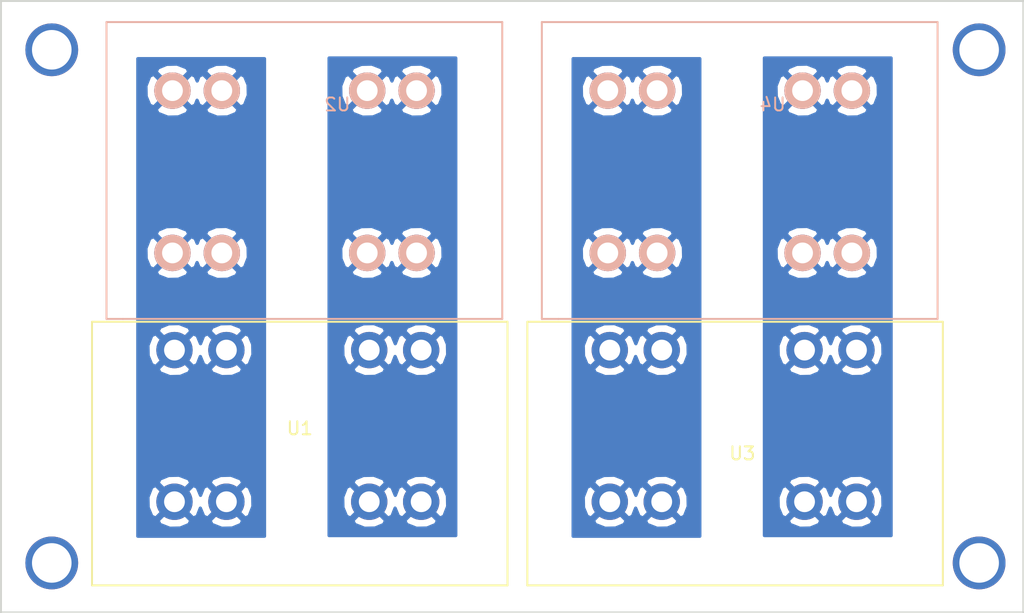
<source format=kicad_pcb>
(kicad_pcb (version 4) (host pcbnew 4.0.7)

  (general
    (links 28)
    (no_connects 0)
    (area 108.829194 97.9453 190.987327 146.7948)
    (thickness 1.6)
    (drawings 4)
    (tracks 0)
    (zones 0)
    (modules 8)
    (nets 5)
  )

  (page A4)
  (layers
    (0 F.Cu signal)
    (31 B.Cu signal)
    (32 B.Adhes user)
    (33 F.Adhes user)
    (34 B.Paste user)
    (35 F.Paste user)
    (36 B.SilkS user)
    (37 F.SilkS user)
    (38 B.Mask user)
    (39 F.Mask user)
    (40 Dwgs.User user)
    (41 Cmts.User user)
    (42 Eco1.User user)
    (43 Eco2.User user)
    (44 Edge.Cuts user)
    (45 Margin user)
    (46 B.CrtYd user)
    (47 F.CrtYd user)
    (48 B.Fab user)
    (49 F.Fab user)
  )

  (setup
    (last_trace_width 0.25)
    (trace_clearance 0.2)
    (zone_clearance 0.508)
    (zone_45_only no)
    (trace_min 0.2)
    (segment_width 0.2)
    (edge_width 0.15)
    (via_size 0.6)
    (via_drill 0.4)
    (via_min_size 0.4)
    (via_min_drill 0.3)
    (uvia_size 0.3)
    (uvia_drill 0.1)
    (uvias_allowed no)
    (uvia_min_size 0.2)
    (uvia_min_drill 0.1)
    (pcb_text_width 0.3)
    (pcb_text_size 1.5 1.5)
    (mod_edge_width 0.15)
    (mod_text_size 1 1)
    (mod_text_width 0.15)
    (pad_size 4.064 4.064)
    (pad_drill 3.048)
    (pad_to_mask_clearance 0.2)
    (aux_axis_origin 0 0)
    (visible_elements 7FFFFFFF)
    (pcbplotparams
      (layerselection 0x010f0_80000001)
      (usegerberextensions false)
      (excludeedgelayer true)
      (linewidth 0.100000)
      (plotframeref false)
      (viasonmask false)
      (mode 1)
      (useauxorigin false)
      (hpglpennumber 1)
      (hpglpenspeed 20)
      (hpglpendiameter 15)
      (hpglpenoverlay 2)
      (psnegative false)
      (psa4output false)
      (plotreference true)
      (plotvalue true)
      (plotinvisibletext false)
      (padsonsilk false)
      (subtractmaskfromsilk false)
      (outputformat 1)
      (mirror false)
      (drillshape 0)
      (scaleselection 1)
      (outputdirectory ""))
  )

  (net 0 "")
  (net 1 "Net-(U1-Pad1)")
  (net 2 "Net-(U1-Pad2)")
  (net 3 "Net-(U3-Pad1)")
  (net 4 "Net-(U3-Pad2)")

  (net_class Default "This is the default net class."
    (clearance 0.2)
    (trace_width 0.25)
    (via_dia 0.6)
    (via_drill 0.4)
    (uvia_dia 0.3)
    (uvia_drill 0.1)
    (add_net "Net-(U1-Pad1)")
    (add_net "Net-(U1-Pad2)")
    (add_net "Net-(U3-Pad1)")
    (add_net "Net-(U3-Pad2)")
  )

  (module USST-footprints:VIA_STICH_0.5 (layer F.Cu) (tedit 5AA469EA) (tstamp 5AA49180)
    (at 185.6232 141.8336)
    (fp_text reference REF** (at 0.02032 3.8862) (layer F.SilkS) hide
      (effects (font (size 1 1) (thickness 0.15)))
    )
    (fp_text value VIA_STICH_0.5 (at -0.00254 -3.3909) (layer F.Fab) hide
      (effects (font (size 1 1) (thickness 0.15)))
    )
    (pad "" np_thru_hole circle (at 0 0) (size 4.064 4.064) (drill 3.048) (layers *.Cu *.Mask))
  )

  (module USST-footprints:VIA_STICH_0.5 (layer F.Cu) (tedit 5AA469EA) (tstamp 5AA4917C)
    (at 114.1984 141.8336)
    (fp_text reference REF** (at 0.02032 3.8862) (layer F.SilkS) hide
      (effects (font (size 1 1) (thickness 0.15)))
    )
    (fp_text value VIA_STICH_0.5 (at -0.00254 -3.3909) (layer F.Fab) hide
      (effects (font (size 1 1) (thickness 0.15)))
    )
    (pad "" np_thru_hole circle (at 0 0) (size 4.064 4.064) (drill 3.048) (layers *.Cu *.Mask))
  )

  (module USST-footprints:VIA_STICH_0.5 (layer F.Cu) (tedit 5AA469EA) (tstamp 5AA49178)
    (at 114.1984 102.3112)
    (fp_text reference REF** (at 0.02032 3.8862) (layer F.SilkS) hide
      (effects (font (size 1 1) (thickness 0.15)))
    )
    (fp_text value VIA_STICH_0.5 (at -0.00254 -3.3909) (layer F.Fab) hide
      (effects (font (size 1 1) (thickness 0.15)))
    )
    (pad "" np_thru_hole circle (at 0 0) (size 4.064 4.064) (drill 3.048) (layers *.Cu *.Mask))
  )

  (module USST-footprints:MolexEuroStyleTerminalBlock2Position (layer F.Cu) (tedit 5A762495) (tstamp 5AA46776)
    (at 133.2992 143.5608)
    (path /5AA46B44)
    (fp_text reference U1 (at 0 -12.0904) (layer F.SilkS)
      (effects (font (size 1 1) (thickness 0.15)))
    )
    (fp_text value PowerConnector (at -0.19 1.215) (layer F.Fab)
      (effects (font (size 1 1) (thickness 0.15)))
    )
    (fp_line (start 16 0) (end 16 -20.3) (layer F.SilkS) (width 0.15))
    (fp_line (start 16 -20.3) (end -16 -20.3) (layer F.SilkS) (width 0.15))
    (fp_line (start -16 0) (end -16 -20.3) (layer F.SilkS) (width 0.15))
    (fp_line (start 16 0) (end -16 0) (layer F.SilkS) (width 0.15))
    (pad 1 thru_hole circle (at -9.65 -6.44) (size 2.8 2.8) (drill 1.6) (layers *.Cu *.Mask)
      (net 1 "Net-(U1-Pad1)"))
    (pad 1 thru_hole circle (at -5.65 -6.44) (size 2.8 2.8) (drill 1.6) (layers *.Cu *.Mask)
      (net 1 "Net-(U1-Pad1)"))
    (pad 1 thru_hole circle (at -9.65 -18.12) (size 2.8 2.8) (drill 1.6) (layers *.Cu *.Mask)
      (net 1 "Net-(U1-Pad1)"))
    (pad 1 thru_hole circle (at -5.65 -18.12) (size 2.8 2.8) (drill 1.6) (layers *.Cu *.Mask)
      (net 1 "Net-(U1-Pad1)"))
    (pad 2 thru_hole circle (at 5.35 -18.12) (size 2.8 2.8) (drill 1.6) (layers *.Cu *.Mask)
      (net 2 "Net-(U1-Pad2)"))
    (pad 2 thru_hole circle (at 9.35 -18.12) (size 2.8 2.8) (drill 1.6) (layers *.Cu *.Mask)
      (net 2 "Net-(U1-Pad2)"))
    (pad 2 thru_hole circle (at 5.35 -6.44) (size 2.8 2.8) (drill 1.6) (layers *.Cu *.Mask)
      (net 2 "Net-(U1-Pad2)"))
    (pad 2 thru_hole circle (at 9.35 -6.44) (size 2.8 2.8) (drill 1.6) (layers *.Cu *.Mask)
      (net 2 "Net-(U1-Pad2)"))
  )

  (module USST-footprints:Phoenix_Contact_1770539 (layer B.Cu) (tedit 56EE485B) (tstamp 5AA46782)
    (at 123.4948 117.9576)
    (path /5AA46B67)
    (fp_text reference U2 (at 12.7 -11.43) (layer B.SilkS)
      (effects (font (size 1 1) (thickness 0.15)) (justify mirror))
    )
    (fp_text value PowerConnector (at 10.2616 -17.272) (layer B.Fab)
      (effects (font (size 1 1) (thickness 0.15)) (justify mirror))
    )
    (fp_line (start -5.08 5.08) (end -3.81 5.08) (layer B.SilkS) (width 0.15))
    (fp_line (start -5.08 -17.78) (end -5.08 5.08) (layer B.SilkS) (width 0.15))
    (fp_line (start 25.4 -17.78) (end -5.08 -17.78) (layer B.SilkS) (width 0.15))
    (fp_line (start 25.4 5.08) (end 25.4 -17.78) (layer B.SilkS) (width 0.15))
    (fp_line (start -3.81 5.08) (end 25.4 5.08) (layer B.SilkS) (width 0.15))
    (pad 1 thru_hole circle (at 0 0) (size 2.8 2.8) (drill 1.6) (layers *.Cu *.Mask B.SilkS)
      (net 1 "Net-(U1-Pad1)"))
    (pad 1 thru_hole circle (at 3.8 0) (size 2.8 2.8) (drill 1.6) (layers *.Cu *.Mask B.SilkS)
      (net 1 "Net-(U1-Pad1)"))
    (pad 1 thru_hole circle (at 0 -12.5) (size 2.8 2.8) (drill 1.6) (layers *.Cu *.Mask B.SilkS)
      (net 1 "Net-(U1-Pad1)"))
    (pad 1 thru_hole circle (at 3.8 -12.5) (size 2.8 2.8) (drill 1.6) (layers *.Cu *.Mask B.SilkS)
      (net 1 "Net-(U1-Pad1)"))
    (pad 2 thru_hole circle (at 15 0) (size 2.8 2.8) (drill 1.6) (layers *.Cu *.Mask B.SilkS)
      (net 2 "Net-(U1-Pad2)"))
    (pad 2 thru_hole circle (at 18.8 0) (size 2.8 2.8) (drill 1.6) (layers *.Cu *.Mask B.SilkS)
      (net 2 "Net-(U1-Pad2)"))
    (pad 2 thru_hole circle (at 15 -12.5) (size 2.8 2.8) (drill 1.6) (layers *.Cu *.Mask B.SilkS)
      (net 2 "Net-(U1-Pad2)"))
    (pad 2 thru_hole circle (at 18.8 -12.5) (size 2.8 2.8) (drill 1.6) (layers *.Cu *.Mask B.SilkS)
      (net 2 "Net-(U1-Pad2)"))
  )

  (module USST-footprints:MolexEuroStyleTerminalBlock2Position (layer F.Cu) (tedit 5A762495) (tstamp 5AA4678E)
    (at 166.8272 143.5608)
    (path /5AA46C62)
    (fp_text reference U3 (at 0.5588 -10.16) (layer F.SilkS)
      (effects (font (size 1 1) (thickness 0.15)))
    )
    (fp_text value PowerConnector (at -0.19 1.215) (layer F.Fab)
      (effects (font (size 1 1) (thickness 0.15)))
    )
    (fp_line (start 16 0) (end 16 -20.3) (layer F.SilkS) (width 0.15))
    (fp_line (start 16 -20.3) (end -16 -20.3) (layer F.SilkS) (width 0.15))
    (fp_line (start -16 0) (end -16 -20.3) (layer F.SilkS) (width 0.15))
    (fp_line (start 16 0) (end -16 0) (layer F.SilkS) (width 0.15))
    (pad 1 thru_hole circle (at -9.65 -6.44) (size 2.8 2.8) (drill 1.6) (layers *.Cu *.Mask)
      (net 3 "Net-(U3-Pad1)"))
    (pad 1 thru_hole circle (at -5.65 -6.44) (size 2.8 2.8) (drill 1.6) (layers *.Cu *.Mask)
      (net 3 "Net-(U3-Pad1)"))
    (pad 1 thru_hole circle (at -9.65 -18.12) (size 2.8 2.8) (drill 1.6) (layers *.Cu *.Mask)
      (net 3 "Net-(U3-Pad1)"))
    (pad 1 thru_hole circle (at -5.65 -18.12) (size 2.8 2.8) (drill 1.6) (layers *.Cu *.Mask)
      (net 3 "Net-(U3-Pad1)"))
    (pad 2 thru_hole circle (at 5.35 -18.12) (size 2.8 2.8) (drill 1.6) (layers *.Cu *.Mask)
      (net 4 "Net-(U3-Pad2)"))
    (pad 2 thru_hole circle (at 9.35 -18.12) (size 2.8 2.8) (drill 1.6) (layers *.Cu *.Mask)
      (net 4 "Net-(U3-Pad2)"))
    (pad 2 thru_hole circle (at 5.35 -6.44) (size 2.8 2.8) (drill 1.6) (layers *.Cu *.Mask)
      (net 4 "Net-(U3-Pad2)"))
    (pad 2 thru_hole circle (at 9.35 -6.44) (size 2.8 2.8) (drill 1.6) (layers *.Cu *.Mask)
      (net 4 "Net-(U3-Pad2)"))
  )

  (module USST-footprints:Phoenix_Contact_1770539 (layer B.Cu) (tedit 56EE485B) (tstamp 5AA4679A)
    (at 157.0228 117.9576)
    (path /5AA46C68)
    (fp_text reference U4 (at 12.7 -11.43) (layer B.SilkS)
      (effects (font (size 1 1) (thickness 0.15)) (justify mirror))
    )
    (fp_text value PowerConnector (at 10.6172 -17.526) (layer B.Fab)
      (effects (font (size 1 1) (thickness 0.15)) (justify mirror))
    )
    (fp_line (start -5.08 5.08) (end -3.81 5.08) (layer B.SilkS) (width 0.15))
    (fp_line (start -5.08 -17.78) (end -5.08 5.08) (layer B.SilkS) (width 0.15))
    (fp_line (start 25.4 -17.78) (end -5.08 -17.78) (layer B.SilkS) (width 0.15))
    (fp_line (start 25.4 5.08) (end 25.4 -17.78) (layer B.SilkS) (width 0.15))
    (fp_line (start -3.81 5.08) (end 25.4 5.08) (layer B.SilkS) (width 0.15))
    (pad 1 thru_hole circle (at 0 0) (size 2.8 2.8) (drill 1.6) (layers *.Cu *.Mask B.SilkS)
      (net 3 "Net-(U3-Pad1)"))
    (pad 1 thru_hole circle (at 3.8 0) (size 2.8 2.8) (drill 1.6) (layers *.Cu *.Mask B.SilkS)
      (net 3 "Net-(U3-Pad1)"))
    (pad 1 thru_hole circle (at 0 -12.5) (size 2.8 2.8) (drill 1.6) (layers *.Cu *.Mask B.SilkS)
      (net 3 "Net-(U3-Pad1)"))
    (pad 1 thru_hole circle (at 3.8 -12.5) (size 2.8 2.8) (drill 1.6) (layers *.Cu *.Mask B.SilkS)
      (net 3 "Net-(U3-Pad1)"))
    (pad 2 thru_hole circle (at 15 0) (size 2.8 2.8) (drill 1.6) (layers *.Cu *.Mask B.SilkS)
      (net 4 "Net-(U3-Pad2)"))
    (pad 2 thru_hole circle (at 18.8 0) (size 2.8 2.8) (drill 1.6) (layers *.Cu *.Mask B.SilkS)
      (net 4 "Net-(U3-Pad2)"))
    (pad 2 thru_hole circle (at 15 -12.5) (size 2.8 2.8) (drill 1.6) (layers *.Cu *.Mask B.SilkS)
      (net 4 "Net-(U3-Pad2)"))
    (pad 2 thru_hole circle (at 18.8 -12.5) (size 2.8 2.8) (drill 1.6) (layers *.Cu *.Mask B.SilkS)
      (net 4 "Net-(U3-Pad2)"))
  )

  (module USST-footprints:VIA_STICH_0.5 (layer F.Cu) (tedit 5AA469EA) (tstamp 5AA469A5)
    (at 185.6232 102.3112)
    (fp_text reference REF** (at 0.02032 3.8862) (layer F.SilkS) hide
      (effects (font (size 1 1) (thickness 0.15)))
    )
    (fp_text value VIA_STICH_0.5 (at -0.00254 -3.3909) (layer F.Fab) hide
      (effects (font (size 1 1) (thickness 0.15)))
    )
    (pad "" np_thru_hole circle (at 0 0) (size 4.064 4.064) (drill 3.048) (layers *.Cu *.Mask))
  )

  (gr_line (start 110.2868 145.6436) (end 110.2868 98.552) (angle 90) (layer Edge.Cuts) (width 0.15))
  (gr_line (start 189.0268 145.6436) (end 110.2868 145.6436) (angle 90) (layer Edge.Cuts) (width 0.15))
  (gr_line (start 189.0268 98.552) (end 189.0268 145.6436) (angle 90) (layer Edge.Cuts) (width 0.15))
  (gr_line (start 110.2868 98.552) (end 189.0268 98.552) (angle 90) (layer Edge.Cuts) (width 0.15))

  (zone (net 1) (net_name "Net-(U1-Pad1)") (layer B.Cu) (tstamp 5AA4689A) (hatch edge 0.508)
    (connect_pads (clearance 0.508))
    (min_thickness 0.254)
    (fill yes (arc_segments 16) (thermal_gap 0.508) (thermal_bridge_width 0.508))
    (polygon
      (pts
        (xy 130.7084 139.9032) (xy 120.7008 139.9032) (xy 120.7008 102.87) (xy 130.7084 102.87)
      )
    )
    (filled_polygon
      (pts
        (xy 130.5814 139.7762) (xy 120.8278 139.7762) (xy 120.8278 138.562524) (xy 122.387082 138.562524) (xy 122.534655 138.870906)
        (xy 123.289231 139.164205) (xy 124.098609 139.146414) (xy 124.763745 138.870906) (xy 124.911318 138.562524) (xy 126.387082 138.562524)
        (xy 126.534655 138.870906) (xy 127.289231 139.164205) (xy 128.098609 139.146414) (xy 128.763745 138.870906) (xy 128.911318 138.562524)
        (xy 127.6492 137.300405) (xy 126.387082 138.562524) (xy 124.911318 138.562524) (xy 123.6492 137.300405) (xy 122.387082 138.562524)
        (xy 120.8278 138.562524) (xy 120.8278 136.760831) (xy 121.605795 136.760831) (xy 121.623586 137.570209) (xy 121.899094 138.235345)
        (xy 122.207476 138.382918) (xy 123.469595 137.1208) (xy 123.828805 137.1208) (xy 125.090924 138.382918) (xy 125.399306 138.235345)
        (xy 125.641257 137.612872) (xy 125.899094 138.235345) (xy 126.207476 138.382918) (xy 127.469595 137.1208) (xy 127.828805 137.1208)
        (xy 129.090924 138.382918) (xy 129.399306 138.235345) (xy 129.692605 137.480769) (xy 129.674814 136.671391) (xy 129.399306 136.006255)
        (xy 129.090924 135.858682) (xy 127.828805 137.1208) (xy 127.469595 137.1208) (xy 126.207476 135.858682) (xy 125.899094 136.006255)
        (xy 125.657143 136.628728) (xy 125.399306 136.006255) (xy 125.090924 135.858682) (xy 123.828805 137.1208) (xy 123.469595 137.1208)
        (xy 122.207476 135.858682) (xy 121.899094 136.006255) (xy 121.605795 136.760831) (xy 120.8278 136.760831) (xy 120.8278 135.679076)
        (xy 122.387082 135.679076) (xy 123.6492 136.941195) (xy 124.911318 135.679076) (xy 126.387082 135.679076) (xy 127.6492 136.941195)
        (xy 128.911318 135.679076) (xy 128.763745 135.370694) (xy 128.009169 135.077395) (xy 127.199791 135.095186) (xy 126.534655 135.370694)
        (xy 126.387082 135.679076) (xy 124.911318 135.679076) (xy 124.763745 135.370694) (xy 124.009169 135.077395) (xy 123.199791 135.095186)
        (xy 122.534655 135.370694) (xy 122.387082 135.679076) (xy 120.8278 135.679076) (xy 120.8278 126.882524) (xy 122.387082 126.882524)
        (xy 122.534655 127.190906) (xy 123.289231 127.484205) (xy 124.098609 127.466414) (xy 124.763745 127.190906) (xy 124.911318 126.882524)
        (xy 126.387082 126.882524) (xy 126.534655 127.190906) (xy 127.289231 127.484205) (xy 128.098609 127.466414) (xy 128.763745 127.190906)
        (xy 128.911318 126.882524) (xy 127.6492 125.620405) (xy 126.387082 126.882524) (xy 124.911318 126.882524) (xy 123.6492 125.620405)
        (xy 122.387082 126.882524) (xy 120.8278 126.882524) (xy 120.8278 125.080831) (xy 121.605795 125.080831) (xy 121.623586 125.890209)
        (xy 121.899094 126.555345) (xy 122.207476 126.702918) (xy 123.469595 125.4408) (xy 123.828805 125.4408) (xy 125.090924 126.702918)
        (xy 125.399306 126.555345) (xy 125.641257 125.932872) (xy 125.899094 126.555345) (xy 126.207476 126.702918) (xy 127.469595 125.4408)
        (xy 127.828805 125.4408) (xy 129.090924 126.702918) (xy 129.399306 126.555345) (xy 129.692605 125.800769) (xy 129.674814 124.991391)
        (xy 129.399306 124.326255) (xy 129.090924 124.178682) (xy 127.828805 125.4408) (xy 127.469595 125.4408) (xy 126.207476 124.178682)
        (xy 125.899094 124.326255) (xy 125.657143 124.948728) (xy 125.399306 124.326255) (xy 125.090924 124.178682) (xy 123.828805 125.4408)
        (xy 123.469595 125.4408) (xy 122.207476 124.178682) (xy 121.899094 124.326255) (xy 121.605795 125.080831) (xy 120.8278 125.080831)
        (xy 120.8278 123.999076) (xy 122.387082 123.999076) (xy 123.6492 125.261195) (xy 124.911318 123.999076) (xy 126.387082 123.999076)
        (xy 127.6492 125.261195) (xy 128.911318 123.999076) (xy 128.763745 123.690694) (xy 128.009169 123.397395) (xy 127.199791 123.415186)
        (xy 126.534655 123.690694) (xy 126.387082 123.999076) (xy 124.911318 123.999076) (xy 124.763745 123.690694) (xy 124.009169 123.397395)
        (xy 123.199791 123.415186) (xy 122.534655 123.690694) (xy 122.387082 123.999076) (xy 120.8278 123.999076) (xy 120.8278 119.399324)
        (xy 122.232682 119.399324) (xy 122.380255 119.707706) (xy 123.134831 120.001005) (xy 123.944209 119.983214) (xy 124.609345 119.707706)
        (xy 124.756918 119.399324) (xy 126.032682 119.399324) (xy 126.180255 119.707706) (xy 126.934831 120.001005) (xy 127.744209 119.983214)
        (xy 128.409345 119.707706) (xy 128.556918 119.399324) (xy 127.2948 118.137205) (xy 126.032682 119.399324) (xy 124.756918 119.399324)
        (xy 123.4948 118.137205) (xy 122.232682 119.399324) (xy 120.8278 119.399324) (xy 120.8278 117.597631) (xy 121.451395 117.597631)
        (xy 121.469186 118.407009) (xy 121.744694 119.072145) (xy 122.053076 119.219718) (xy 123.315195 117.9576) (xy 123.674405 117.9576)
        (xy 124.936524 119.219718) (xy 125.244906 119.072145) (xy 125.390036 118.698767) (xy 125.544694 119.072145) (xy 125.853076 119.219718)
        (xy 127.115195 117.9576) (xy 127.474405 117.9576) (xy 128.736524 119.219718) (xy 129.044906 119.072145) (xy 129.338205 118.317569)
        (xy 129.320414 117.508191) (xy 129.044906 116.843055) (xy 128.736524 116.695482) (xy 127.474405 117.9576) (xy 127.115195 117.9576)
        (xy 125.853076 116.695482) (xy 125.544694 116.843055) (xy 125.399564 117.216433) (xy 125.244906 116.843055) (xy 124.936524 116.695482)
        (xy 123.674405 117.9576) (xy 123.315195 117.9576) (xy 122.053076 116.695482) (xy 121.744694 116.843055) (xy 121.451395 117.597631)
        (xy 120.8278 117.597631) (xy 120.8278 116.515876) (xy 122.232682 116.515876) (xy 123.4948 117.777995) (xy 124.756918 116.515876)
        (xy 126.032682 116.515876) (xy 127.2948 117.777995) (xy 128.556918 116.515876) (xy 128.409345 116.207494) (xy 127.654769 115.914195)
        (xy 126.845391 115.931986) (xy 126.180255 116.207494) (xy 126.032682 116.515876) (xy 124.756918 116.515876) (xy 124.609345 116.207494)
        (xy 123.854769 115.914195) (xy 123.045391 115.931986) (xy 122.380255 116.207494) (xy 122.232682 116.515876) (xy 120.8278 116.515876)
        (xy 120.8278 106.899324) (xy 122.232682 106.899324) (xy 122.380255 107.207706) (xy 123.134831 107.501005) (xy 123.944209 107.483214)
        (xy 124.609345 107.207706) (xy 124.756918 106.899324) (xy 126.032682 106.899324) (xy 126.180255 107.207706) (xy 126.934831 107.501005)
        (xy 127.744209 107.483214) (xy 128.409345 107.207706) (xy 128.556918 106.899324) (xy 127.2948 105.637205) (xy 126.032682 106.899324)
        (xy 124.756918 106.899324) (xy 123.4948 105.637205) (xy 122.232682 106.899324) (xy 120.8278 106.899324) (xy 120.8278 105.097631)
        (xy 121.451395 105.097631) (xy 121.469186 105.907009) (xy 121.744694 106.572145) (xy 122.053076 106.719718) (xy 123.315195 105.4576)
        (xy 123.674405 105.4576) (xy 124.936524 106.719718) (xy 125.244906 106.572145) (xy 125.390036 106.198767) (xy 125.544694 106.572145)
        (xy 125.853076 106.719718) (xy 127.115195 105.4576) (xy 127.474405 105.4576) (xy 128.736524 106.719718) (xy 129.044906 106.572145)
        (xy 129.338205 105.817569) (xy 129.320414 105.008191) (xy 129.044906 104.343055) (xy 128.736524 104.195482) (xy 127.474405 105.4576)
        (xy 127.115195 105.4576) (xy 125.853076 104.195482) (xy 125.544694 104.343055) (xy 125.399564 104.716433) (xy 125.244906 104.343055)
        (xy 124.936524 104.195482) (xy 123.674405 105.4576) (xy 123.315195 105.4576) (xy 122.053076 104.195482) (xy 121.744694 104.343055)
        (xy 121.451395 105.097631) (xy 120.8278 105.097631) (xy 120.8278 104.015876) (xy 122.232682 104.015876) (xy 123.4948 105.277995)
        (xy 124.756918 104.015876) (xy 126.032682 104.015876) (xy 127.2948 105.277995) (xy 128.556918 104.015876) (xy 128.409345 103.707494)
        (xy 127.654769 103.414195) (xy 126.845391 103.431986) (xy 126.180255 103.707494) (xy 126.032682 104.015876) (xy 124.756918 104.015876)
        (xy 124.609345 103.707494) (xy 123.854769 103.414195) (xy 123.045391 103.431986) (xy 122.380255 103.707494) (xy 122.232682 104.015876)
        (xy 120.8278 104.015876) (xy 120.8278 102.997) (xy 130.5814 102.997)
      )
    )
  )
  (zone (net 2) (net_name "Net-(U1-Pad2)") (layer B.Cu) (tstamp 5AA4689C) (hatch edge 0.508)
    (connect_pads (clearance 0.508))
    (min_thickness 0.254)
    (fill yes (arc_segments 16) (thermal_gap 0.508) (thermal_bridge_width 0.508))
    (polygon
      (pts
        (xy 145.4404 139.8524) (xy 135.4328 139.8524) (xy 135.4328 102.8192) (xy 145.4404 102.8192)
      )
    )
    (filled_polygon
      (pts
        (xy 145.3134 139.7254) (xy 135.5598 139.7254) (xy 135.5598 138.562524) (xy 137.387082 138.562524) (xy 137.534655 138.870906)
        (xy 138.289231 139.164205) (xy 139.098609 139.146414) (xy 139.763745 138.870906) (xy 139.911318 138.562524) (xy 141.387082 138.562524)
        (xy 141.534655 138.870906) (xy 142.289231 139.164205) (xy 143.098609 139.146414) (xy 143.763745 138.870906) (xy 143.911318 138.562524)
        (xy 142.6492 137.300405) (xy 141.387082 138.562524) (xy 139.911318 138.562524) (xy 138.6492 137.300405) (xy 137.387082 138.562524)
        (xy 135.5598 138.562524) (xy 135.5598 136.760831) (xy 136.605795 136.760831) (xy 136.623586 137.570209) (xy 136.899094 138.235345)
        (xy 137.207476 138.382918) (xy 138.469595 137.1208) (xy 138.828805 137.1208) (xy 140.090924 138.382918) (xy 140.399306 138.235345)
        (xy 140.641257 137.612872) (xy 140.899094 138.235345) (xy 141.207476 138.382918) (xy 142.469595 137.1208) (xy 142.828805 137.1208)
        (xy 144.090924 138.382918) (xy 144.399306 138.235345) (xy 144.692605 137.480769) (xy 144.674814 136.671391) (xy 144.399306 136.006255)
        (xy 144.090924 135.858682) (xy 142.828805 137.1208) (xy 142.469595 137.1208) (xy 141.207476 135.858682) (xy 140.899094 136.006255)
        (xy 140.657143 136.628728) (xy 140.399306 136.006255) (xy 140.090924 135.858682) (xy 138.828805 137.1208) (xy 138.469595 137.1208)
        (xy 137.207476 135.858682) (xy 136.899094 136.006255) (xy 136.605795 136.760831) (xy 135.5598 136.760831) (xy 135.5598 135.679076)
        (xy 137.387082 135.679076) (xy 138.6492 136.941195) (xy 139.911318 135.679076) (xy 141.387082 135.679076) (xy 142.6492 136.941195)
        (xy 143.911318 135.679076) (xy 143.763745 135.370694) (xy 143.009169 135.077395) (xy 142.199791 135.095186) (xy 141.534655 135.370694)
        (xy 141.387082 135.679076) (xy 139.911318 135.679076) (xy 139.763745 135.370694) (xy 139.009169 135.077395) (xy 138.199791 135.095186)
        (xy 137.534655 135.370694) (xy 137.387082 135.679076) (xy 135.5598 135.679076) (xy 135.5598 126.882524) (xy 137.387082 126.882524)
        (xy 137.534655 127.190906) (xy 138.289231 127.484205) (xy 139.098609 127.466414) (xy 139.763745 127.190906) (xy 139.911318 126.882524)
        (xy 141.387082 126.882524) (xy 141.534655 127.190906) (xy 142.289231 127.484205) (xy 143.098609 127.466414) (xy 143.763745 127.190906)
        (xy 143.911318 126.882524) (xy 142.6492 125.620405) (xy 141.387082 126.882524) (xy 139.911318 126.882524) (xy 138.6492 125.620405)
        (xy 137.387082 126.882524) (xy 135.5598 126.882524) (xy 135.5598 125.080831) (xy 136.605795 125.080831) (xy 136.623586 125.890209)
        (xy 136.899094 126.555345) (xy 137.207476 126.702918) (xy 138.469595 125.4408) (xy 138.828805 125.4408) (xy 140.090924 126.702918)
        (xy 140.399306 126.555345) (xy 140.641257 125.932872) (xy 140.899094 126.555345) (xy 141.207476 126.702918) (xy 142.469595 125.4408)
        (xy 142.828805 125.4408) (xy 144.090924 126.702918) (xy 144.399306 126.555345) (xy 144.692605 125.800769) (xy 144.674814 124.991391)
        (xy 144.399306 124.326255) (xy 144.090924 124.178682) (xy 142.828805 125.4408) (xy 142.469595 125.4408) (xy 141.207476 124.178682)
        (xy 140.899094 124.326255) (xy 140.657143 124.948728) (xy 140.399306 124.326255) (xy 140.090924 124.178682) (xy 138.828805 125.4408)
        (xy 138.469595 125.4408) (xy 137.207476 124.178682) (xy 136.899094 124.326255) (xy 136.605795 125.080831) (xy 135.5598 125.080831)
        (xy 135.5598 123.999076) (xy 137.387082 123.999076) (xy 138.6492 125.261195) (xy 139.911318 123.999076) (xy 141.387082 123.999076)
        (xy 142.6492 125.261195) (xy 143.911318 123.999076) (xy 143.763745 123.690694) (xy 143.009169 123.397395) (xy 142.199791 123.415186)
        (xy 141.534655 123.690694) (xy 141.387082 123.999076) (xy 139.911318 123.999076) (xy 139.763745 123.690694) (xy 139.009169 123.397395)
        (xy 138.199791 123.415186) (xy 137.534655 123.690694) (xy 137.387082 123.999076) (xy 135.5598 123.999076) (xy 135.5598 119.399324)
        (xy 137.232682 119.399324) (xy 137.380255 119.707706) (xy 138.134831 120.001005) (xy 138.944209 119.983214) (xy 139.609345 119.707706)
        (xy 139.756918 119.399324) (xy 141.032682 119.399324) (xy 141.180255 119.707706) (xy 141.934831 120.001005) (xy 142.744209 119.983214)
        (xy 143.409345 119.707706) (xy 143.556918 119.399324) (xy 142.2948 118.137205) (xy 141.032682 119.399324) (xy 139.756918 119.399324)
        (xy 138.4948 118.137205) (xy 137.232682 119.399324) (xy 135.5598 119.399324) (xy 135.5598 117.597631) (xy 136.451395 117.597631)
        (xy 136.469186 118.407009) (xy 136.744694 119.072145) (xy 137.053076 119.219718) (xy 138.315195 117.9576) (xy 138.674405 117.9576)
        (xy 139.936524 119.219718) (xy 140.244906 119.072145) (xy 140.390036 118.698767) (xy 140.544694 119.072145) (xy 140.853076 119.219718)
        (xy 142.115195 117.9576) (xy 142.474405 117.9576) (xy 143.736524 119.219718) (xy 144.044906 119.072145) (xy 144.338205 118.317569)
        (xy 144.320414 117.508191) (xy 144.044906 116.843055) (xy 143.736524 116.695482) (xy 142.474405 117.9576) (xy 142.115195 117.9576)
        (xy 140.853076 116.695482) (xy 140.544694 116.843055) (xy 140.399564 117.216433) (xy 140.244906 116.843055) (xy 139.936524 116.695482)
        (xy 138.674405 117.9576) (xy 138.315195 117.9576) (xy 137.053076 116.695482) (xy 136.744694 116.843055) (xy 136.451395 117.597631)
        (xy 135.5598 117.597631) (xy 135.5598 116.515876) (xy 137.232682 116.515876) (xy 138.4948 117.777995) (xy 139.756918 116.515876)
        (xy 141.032682 116.515876) (xy 142.2948 117.777995) (xy 143.556918 116.515876) (xy 143.409345 116.207494) (xy 142.654769 115.914195)
        (xy 141.845391 115.931986) (xy 141.180255 116.207494) (xy 141.032682 116.515876) (xy 139.756918 116.515876) (xy 139.609345 116.207494)
        (xy 138.854769 115.914195) (xy 138.045391 115.931986) (xy 137.380255 116.207494) (xy 137.232682 116.515876) (xy 135.5598 116.515876)
        (xy 135.5598 106.899324) (xy 137.232682 106.899324) (xy 137.380255 107.207706) (xy 138.134831 107.501005) (xy 138.944209 107.483214)
        (xy 139.609345 107.207706) (xy 139.756918 106.899324) (xy 141.032682 106.899324) (xy 141.180255 107.207706) (xy 141.934831 107.501005)
        (xy 142.744209 107.483214) (xy 143.409345 107.207706) (xy 143.556918 106.899324) (xy 142.2948 105.637205) (xy 141.032682 106.899324)
        (xy 139.756918 106.899324) (xy 138.4948 105.637205) (xy 137.232682 106.899324) (xy 135.5598 106.899324) (xy 135.5598 105.097631)
        (xy 136.451395 105.097631) (xy 136.469186 105.907009) (xy 136.744694 106.572145) (xy 137.053076 106.719718) (xy 138.315195 105.4576)
        (xy 138.674405 105.4576) (xy 139.936524 106.719718) (xy 140.244906 106.572145) (xy 140.390036 106.198767) (xy 140.544694 106.572145)
        (xy 140.853076 106.719718) (xy 142.115195 105.4576) (xy 142.474405 105.4576) (xy 143.736524 106.719718) (xy 144.044906 106.572145)
        (xy 144.338205 105.817569) (xy 144.320414 105.008191) (xy 144.044906 104.343055) (xy 143.736524 104.195482) (xy 142.474405 105.4576)
        (xy 142.115195 105.4576) (xy 140.853076 104.195482) (xy 140.544694 104.343055) (xy 140.399564 104.716433) (xy 140.244906 104.343055)
        (xy 139.936524 104.195482) (xy 138.674405 105.4576) (xy 138.315195 105.4576) (xy 137.053076 104.195482) (xy 136.744694 104.343055)
        (xy 136.451395 105.097631) (xy 135.5598 105.097631) (xy 135.5598 104.015876) (xy 137.232682 104.015876) (xy 138.4948 105.277995)
        (xy 139.756918 104.015876) (xy 141.032682 104.015876) (xy 142.2948 105.277995) (xy 143.556918 104.015876) (xy 143.409345 103.707494)
        (xy 142.654769 103.414195) (xy 141.845391 103.431986) (xy 141.180255 103.707494) (xy 141.032682 104.015876) (xy 139.756918 104.015876)
        (xy 139.609345 103.707494) (xy 138.854769 103.414195) (xy 138.045391 103.431986) (xy 137.380255 103.707494) (xy 137.232682 104.015876)
        (xy 135.5598 104.015876) (xy 135.5598 102.9462) (xy 145.3134 102.9462)
      )
    )
  )
  (zone (net 3) (net_name "Net-(U3-Pad1)") (layer B.Cu) (tstamp 5AA468AA) (hatch edge 0.508)
    (connect_pads (clearance 0.508))
    (min_thickness 0.254)
    (fill yes (arc_segments 16) (thermal_gap 0.508) (thermal_bridge_width 0.508))
    (polygon
      (pts
        (xy 164.2364 139.9032) (xy 154.2288 139.9032) (xy 154.2288 102.87) (xy 164.2364 102.87)
      )
    )
    (filled_polygon
      (pts
        (xy 164.1094 139.7762) (xy 154.3558 139.7762) (xy 154.3558 138.562524) (xy 155.915082 138.562524) (xy 156.062655 138.870906)
        (xy 156.817231 139.164205) (xy 157.626609 139.146414) (xy 158.291745 138.870906) (xy 158.439318 138.562524) (xy 159.915082 138.562524)
        (xy 160.062655 138.870906) (xy 160.817231 139.164205) (xy 161.626609 139.146414) (xy 162.291745 138.870906) (xy 162.439318 138.562524)
        (xy 161.1772 137.300405) (xy 159.915082 138.562524) (xy 158.439318 138.562524) (xy 157.1772 137.300405) (xy 155.915082 138.562524)
        (xy 154.3558 138.562524) (xy 154.3558 136.760831) (xy 155.133795 136.760831) (xy 155.151586 137.570209) (xy 155.427094 138.235345)
        (xy 155.735476 138.382918) (xy 156.997595 137.1208) (xy 157.356805 137.1208) (xy 158.618924 138.382918) (xy 158.927306 138.235345)
        (xy 159.169257 137.612872) (xy 159.427094 138.235345) (xy 159.735476 138.382918) (xy 160.997595 137.1208) (xy 161.356805 137.1208)
        (xy 162.618924 138.382918) (xy 162.927306 138.235345) (xy 163.220605 137.480769) (xy 163.202814 136.671391) (xy 162.927306 136.006255)
        (xy 162.618924 135.858682) (xy 161.356805 137.1208) (xy 160.997595 137.1208) (xy 159.735476 135.858682) (xy 159.427094 136.006255)
        (xy 159.185143 136.628728) (xy 158.927306 136.006255) (xy 158.618924 135.858682) (xy 157.356805 137.1208) (xy 156.997595 137.1208)
        (xy 155.735476 135.858682) (xy 155.427094 136.006255) (xy 155.133795 136.760831) (xy 154.3558 136.760831) (xy 154.3558 135.679076)
        (xy 155.915082 135.679076) (xy 157.1772 136.941195) (xy 158.439318 135.679076) (xy 159.915082 135.679076) (xy 161.1772 136.941195)
        (xy 162.439318 135.679076) (xy 162.291745 135.370694) (xy 161.537169 135.077395) (xy 160.727791 135.095186) (xy 160.062655 135.370694)
        (xy 159.915082 135.679076) (xy 158.439318 135.679076) (xy 158.291745 135.370694) (xy 157.537169 135.077395) (xy 156.727791 135.095186)
        (xy 156.062655 135.370694) (xy 155.915082 135.679076) (xy 154.3558 135.679076) (xy 154.3558 126.882524) (xy 155.915082 126.882524)
        (xy 156.062655 127.190906) (xy 156.817231 127.484205) (xy 157.626609 127.466414) (xy 158.291745 127.190906) (xy 158.439318 126.882524)
        (xy 159.915082 126.882524) (xy 160.062655 127.190906) (xy 160.817231 127.484205) (xy 161.626609 127.466414) (xy 162.291745 127.190906)
        (xy 162.439318 126.882524) (xy 161.1772 125.620405) (xy 159.915082 126.882524) (xy 158.439318 126.882524) (xy 157.1772 125.620405)
        (xy 155.915082 126.882524) (xy 154.3558 126.882524) (xy 154.3558 125.080831) (xy 155.133795 125.080831) (xy 155.151586 125.890209)
        (xy 155.427094 126.555345) (xy 155.735476 126.702918) (xy 156.997595 125.4408) (xy 157.356805 125.4408) (xy 158.618924 126.702918)
        (xy 158.927306 126.555345) (xy 159.169257 125.932872) (xy 159.427094 126.555345) (xy 159.735476 126.702918) (xy 160.997595 125.4408)
        (xy 161.356805 125.4408) (xy 162.618924 126.702918) (xy 162.927306 126.555345) (xy 163.220605 125.800769) (xy 163.202814 124.991391)
        (xy 162.927306 124.326255) (xy 162.618924 124.178682) (xy 161.356805 125.4408) (xy 160.997595 125.4408) (xy 159.735476 124.178682)
        (xy 159.427094 124.326255) (xy 159.185143 124.948728) (xy 158.927306 124.326255) (xy 158.618924 124.178682) (xy 157.356805 125.4408)
        (xy 156.997595 125.4408) (xy 155.735476 124.178682) (xy 155.427094 124.326255) (xy 155.133795 125.080831) (xy 154.3558 125.080831)
        (xy 154.3558 123.999076) (xy 155.915082 123.999076) (xy 157.1772 125.261195) (xy 158.439318 123.999076) (xy 159.915082 123.999076)
        (xy 161.1772 125.261195) (xy 162.439318 123.999076) (xy 162.291745 123.690694) (xy 161.537169 123.397395) (xy 160.727791 123.415186)
        (xy 160.062655 123.690694) (xy 159.915082 123.999076) (xy 158.439318 123.999076) (xy 158.291745 123.690694) (xy 157.537169 123.397395)
        (xy 156.727791 123.415186) (xy 156.062655 123.690694) (xy 155.915082 123.999076) (xy 154.3558 123.999076) (xy 154.3558 119.399324)
        (xy 155.760682 119.399324) (xy 155.908255 119.707706) (xy 156.662831 120.001005) (xy 157.472209 119.983214) (xy 158.137345 119.707706)
        (xy 158.284918 119.399324) (xy 159.560682 119.399324) (xy 159.708255 119.707706) (xy 160.462831 120.001005) (xy 161.272209 119.983214)
        (xy 161.937345 119.707706) (xy 162.084918 119.399324) (xy 160.8228 118.137205) (xy 159.560682 119.399324) (xy 158.284918 119.399324)
        (xy 157.0228 118.137205) (xy 155.760682 119.399324) (xy 154.3558 119.399324) (xy 154.3558 117.597631) (xy 154.979395 117.597631)
        (xy 154.997186 118.407009) (xy 155.272694 119.072145) (xy 155.581076 119.219718) (xy 156.843195 117.9576) (xy 157.202405 117.9576)
        (xy 158.464524 119.219718) (xy 158.772906 119.072145) (xy 158.918036 118.698767) (xy 159.072694 119.072145) (xy 159.381076 119.219718)
        (xy 160.643195 117.9576) (xy 161.002405 117.9576) (xy 162.264524 119.219718) (xy 162.572906 119.072145) (xy 162.866205 118.317569)
        (xy 162.848414 117.508191) (xy 162.572906 116.843055) (xy 162.264524 116.695482) (xy 161.002405 117.9576) (xy 160.643195 117.9576)
        (xy 159.381076 116.695482) (xy 159.072694 116.843055) (xy 158.927564 117.216433) (xy 158.772906 116.843055) (xy 158.464524 116.695482)
        (xy 157.202405 117.9576) (xy 156.843195 117.9576) (xy 155.581076 116.695482) (xy 155.272694 116.843055) (xy 154.979395 117.597631)
        (xy 154.3558 117.597631) (xy 154.3558 116.515876) (xy 155.760682 116.515876) (xy 157.0228 117.777995) (xy 158.284918 116.515876)
        (xy 159.560682 116.515876) (xy 160.8228 117.777995) (xy 162.084918 116.515876) (xy 161.937345 116.207494) (xy 161.182769 115.914195)
        (xy 160.373391 115.931986) (xy 159.708255 116.207494) (xy 159.560682 116.515876) (xy 158.284918 116.515876) (xy 158.137345 116.207494)
        (xy 157.382769 115.914195) (xy 156.573391 115.931986) (xy 155.908255 116.207494) (xy 155.760682 116.515876) (xy 154.3558 116.515876)
        (xy 154.3558 106.899324) (xy 155.760682 106.899324) (xy 155.908255 107.207706) (xy 156.662831 107.501005) (xy 157.472209 107.483214)
        (xy 158.137345 107.207706) (xy 158.284918 106.899324) (xy 159.560682 106.899324) (xy 159.708255 107.207706) (xy 160.462831 107.501005)
        (xy 161.272209 107.483214) (xy 161.937345 107.207706) (xy 162.084918 106.899324) (xy 160.8228 105.637205) (xy 159.560682 106.899324)
        (xy 158.284918 106.899324) (xy 157.0228 105.637205) (xy 155.760682 106.899324) (xy 154.3558 106.899324) (xy 154.3558 105.097631)
        (xy 154.979395 105.097631) (xy 154.997186 105.907009) (xy 155.272694 106.572145) (xy 155.581076 106.719718) (xy 156.843195 105.4576)
        (xy 157.202405 105.4576) (xy 158.464524 106.719718) (xy 158.772906 106.572145) (xy 158.918036 106.198767) (xy 159.072694 106.572145)
        (xy 159.381076 106.719718) (xy 160.643195 105.4576) (xy 161.002405 105.4576) (xy 162.264524 106.719718) (xy 162.572906 106.572145)
        (xy 162.866205 105.817569) (xy 162.848414 105.008191) (xy 162.572906 104.343055) (xy 162.264524 104.195482) (xy 161.002405 105.4576)
        (xy 160.643195 105.4576) (xy 159.381076 104.195482) (xy 159.072694 104.343055) (xy 158.927564 104.716433) (xy 158.772906 104.343055)
        (xy 158.464524 104.195482) (xy 157.202405 105.4576) (xy 156.843195 105.4576) (xy 155.581076 104.195482) (xy 155.272694 104.343055)
        (xy 154.979395 105.097631) (xy 154.3558 105.097631) (xy 154.3558 104.015876) (xy 155.760682 104.015876) (xy 157.0228 105.277995)
        (xy 158.284918 104.015876) (xy 159.560682 104.015876) (xy 160.8228 105.277995) (xy 162.084918 104.015876) (xy 161.937345 103.707494)
        (xy 161.182769 103.414195) (xy 160.373391 103.431986) (xy 159.708255 103.707494) (xy 159.560682 104.015876) (xy 158.284918 104.015876)
        (xy 158.137345 103.707494) (xy 157.382769 103.414195) (xy 156.573391 103.431986) (xy 155.908255 103.707494) (xy 155.760682 104.015876)
        (xy 154.3558 104.015876) (xy 154.3558 102.997) (xy 164.1094 102.997)
      )
    )
  )
  (zone (net 4) (net_name "Net-(U3-Pad2)") (layer B.Cu) (tstamp 5AA468AB) (hatch edge 0.508)
    (connect_pads (clearance 0.508))
    (min_thickness 0.254)
    (fill yes (arc_segments 16) (thermal_gap 0.508) (thermal_bridge_width 0.508))
    (polygon
      (pts
        (xy 178.9684 139.8524) (xy 168.9608 139.8524) (xy 168.9608 102.8192) (xy 178.9684 102.8192)
      )
    )
    (filled_polygon
      (pts
        (xy 178.8414 139.7254) (xy 169.0878 139.7254) (xy 169.0878 138.562524) (xy 170.915082 138.562524) (xy 171.062655 138.870906)
        (xy 171.817231 139.164205) (xy 172.626609 139.146414) (xy 173.291745 138.870906) (xy 173.439318 138.562524) (xy 174.915082 138.562524)
        (xy 175.062655 138.870906) (xy 175.817231 139.164205) (xy 176.626609 139.146414) (xy 177.291745 138.870906) (xy 177.439318 138.562524)
        (xy 176.1772 137.300405) (xy 174.915082 138.562524) (xy 173.439318 138.562524) (xy 172.1772 137.300405) (xy 170.915082 138.562524)
        (xy 169.0878 138.562524) (xy 169.0878 136.760831) (xy 170.133795 136.760831) (xy 170.151586 137.570209) (xy 170.427094 138.235345)
        (xy 170.735476 138.382918) (xy 171.997595 137.1208) (xy 172.356805 137.1208) (xy 173.618924 138.382918) (xy 173.927306 138.235345)
        (xy 174.169257 137.612872) (xy 174.427094 138.235345) (xy 174.735476 138.382918) (xy 175.997595 137.1208) (xy 176.356805 137.1208)
        (xy 177.618924 138.382918) (xy 177.927306 138.235345) (xy 178.220605 137.480769) (xy 178.202814 136.671391) (xy 177.927306 136.006255)
        (xy 177.618924 135.858682) (xy 176.356805 137.1208) (xy 175.997595 137.1208) (xy 174.735476 135.858682) (xy 174.427094 136.006255)
        (xy 174.185143 136.628728) (xy 173.927306 136.006255) (xy 173.618924 135.858682) (xy 172.356805 137.1208) (xy 171.997595 137.1208)
        (xy 170.735476 135.858682) (xy 170.427094 136.006255) (xy 170.133795 136.760831) (xy 169.0878 136.760831) (xy 169.0878 135.679076)
        (xy 170.915082 135.679076) (xy 172.1772 136.941195) (xy 173.439318 135.679076) (xy 174.915082 135.679076) (xy 176.1772 136.941195)
        (xy 177.439318 135.679076) (xy 177.291745 135.370694) (xy 176.537169 135.077395) (xy 175.727791 135.095186) (xy 175.062655 135.370694)
        (xy 174.915082 135.679076) (xy 173.439318 135.679076) (xy 173.291745 135.370694) (xy 172.537169 135.077395) (xy 171.727791 135.095186)
        (xy 171.062655 135.370694) (xy 170.915082 135.679076) (xy 169.0878 135.679076) (xy 169.0878 126.882524) (xy 170.915082 126.882524)
        (xy 171.062655 127.190906) (xy 171.817231 127.484205) (xy 172.626609 127.466414) (xy 173.291745 127.190906) (xy 173.439318 126.882524)
        (xy 174.915082 126.882524) (xy 175.062655 127.190906) (xy 175.817231 127.484205) (xy 176.626609 127.466414) (xy 177.291745 127.190906)
        (xy 177.439318 126.882524) (xy 176.1772 125.620405) (xy 174.915082 126.882524) (xy 173.439318 126.882524) (xy 172.1772 125.620405)
        (xy 170.915082 126.882524) (xy 169.0878 126.882524) (xy 169.0878 125.080831) (xy 170.133795 125.080831) (xy 170.151586 125.890209)
        (xy 170.427094 126.555345) (xy 170.735476 126.702918) (xy 171.997595 125.4408) (xy 172.356805 125.4408) (xy 173.618924 126.702918)
        (xy 173.927306 126.555345) (xy 174.169257 125.932872) (xy 174.427094 126.555345) (xy 174.735476 126.702918) (xy 175.997595 125.4408)
        (xy 176.356805 125.4408) (xy 177.618924 126.702918) (xy 177.927306 126.555345) (xy 178.220605 125.800769) (xy 178.202814 124.991391)
        (xy 177.927306 124.326255) (xy 177.618924 124.178682) (xy 176.356805 125.4408) (xy 175.997595 125.4408) (xy 174.735476 124.178682)
        (xy 174.427094 124.326255) (xy 174.185143 124.948728) (xy 173.927306 124.326255) (xy 173.618924 124.178682) (xy 172.356805 125.4408)
        (xy 171.997595 125.4408) (xy 170.735476 124.178682) (xy 170.427094 124.326255) (xy 170.133795 125.080831) (xy 169.0878 125.080831)
        (xy 169.0878 123.999076) (xy 170.915082 123.999076) (xy 172.1772 125.261195) (xy 173.439318 123.999076) (xy 174.915082 123.999076)
        (xy 176.1772 125.261195) (xy 177.439318 123.999076) (xy 177.291745 123.690694) (xy 176.537169 123.397395) (xy 175.727791 123.415186)
        (xy 175.062655 123.690694) (xy 174.915082 123.999076) (xy 173.439318 123.999076) (xy 173.291745 123.690694) (xy 172.537169 123.397395)
        (xy 171.727791 123.415186) (xy 171.062655 123.690694) (xy 170.915082 123.999076) (xy 169.0878 123.999076) (xy 169.0878 119.399324)
        (xy 170.760682 119.399324) (xy 170.908255 119.707706) (xy 171.662831 120.001005) (xy 172.472209 119.983214) (xy 173.137345 119.707706)
        (xy 173.284918 119.399324) (xy 174.560682 119.399324) (xy 174.708255 119.707706) (xy 175.462831 120.001005) (xy 176.272209 119.983214)
        (xy 176.937345 119.707706) (xy 177.084918 119.399324) (xy 175.8228 118.137205) (xy 174.560682 119.399324) (xy 173.284918 119.399324)
        (xy 172.0228 118.137205) (xy 170.760682 119.399324) (xy 169.0878 119.399324) (xy 169.0878 117.597631) (xy 169.979395 117.597631)
        (xy 169.997186 118.407009) (xy 170.272694 119.072145) (xy 170.581076 119.219718) (xy 171.843195 117.9576) (xy 172.202405 117.9576)
        (xy 173.464524 119.219718) (xy 173.772906 119.072145) (xy 173.918036 118.698767) (xy 174.072694 119.072145) (xy 174.381076 119.219718)
        (xy 175.643195 117.9576) (xy 176.002405 117.9576) (xy 177.264524 119.219718) (xy 177.572906 119.072145) (xy 177.866205 118.317569)
        (xy 177.848414 117.508191) (xy 177.572906 116.843055) (xy 177.264524 116.695482) (xy 176.002405 117.9576) (xy 175.643195 117.9576)
        (xy 174.381076 116.695482) (xy 174.072694 116.843055) (xy 173.927564 117.216433) (xy 173.772906 116.843055) (xy 173.464524 116.695482)
        (xy 172.202405 117.9576) (xy 171.843195 117.9576) (xy 170.581076 116.695482) (xy 170.272694 116.843055) (xy 169.979395 117.597631)
        (xy 169.0878 117.597631) (xy 169.0878 116.515876) (xy 170.760682 116.515876) (xy 172.0228 117.777995) (xy 173.284918 116.515876)
        (xy 174.560682 116.515876) (xy 175.8228 117.777995) (xy 177.084918 116.515876) (xy 176.937345 116.207494) (xy 176.182769 115.914195)
        (xy 175.373391 115.931986) (xy 174.708255 116.207494) (xy 174.560682 116.515876) (xy 173.284918 116.515876) (xy 173.137345 116.207494)
        (xy 172.382769 115.914195) (xy 171.573391 115.931986) (xy 170.908255 116.207494) (xy 170.760682 116.515876) (xy 169.0878 116.515876)
        (xy 169.0878 106.899324) (xy 170.760682 106.899324) (xy 170.908255 107.207706) (xy 171.662831 107.501005) (xy 172.472209 107.483214)
        (xy 173.137345 107.207706) (xy 173.284918 106.899324) (xy 174.560682 106.899324) (xy 174.708255 107.207706) (xy 175.462831 107.501005)
        (xy 176.272209 107.483214) (xy 176.937345 107.207706) (xy 177.084918 106.899324) (xy 175.8228 105.637205) (xy 174.560682 106.899324)
        (xy 173.284918 106.899324) (xy 172.0228 105.637205) (xy 170.760682 106.899324) (xy 169.0878 106.899324) (xy 169.0878 105.097631)
        (xy 169.979395 105.097631) (xy 169.997186 105.907009) (xy 170.272694 106.572145) (xy 170.581076 106.719718) (xy 171.843195 105.4576)
        (xy 172.202405 105.4576) (xy 173.464524 106.719718) (xy 173.772906 106.572145) (xy 173.918036 106.198767) (xy 174.072694 106.572145)
        (xy 174.381076 106.719718) (xy 175.643195 105.4576) (xy 176.002405 105.4576) (xy 177.264524 106.719718) (xy 177.572906 106.572145)
        (xy 177.866205 105.817569) (xy 177.848414 105.008191) (xy 177.572906 104.343055) (xy 177.264524 104.195482) (xy 176.002405 105.4576)
        (xy 175.643195 105.4576) (xy 174.381076 104.195482) (xy 174.072694 104.343055) (xy 173.927564 104.716433) (xy 173.772906 104.343055)
        (xy 173.464524 104.195482) (xy 172.202405 105.4576) (xy 171.843195 105.4576) (xy 170.581076 104.195482) (xy 170.272694 104.343055)
        (xy 169.979395 105.097631) (xy 169.0878 105.097631) (xy 169.0878 104.015876) (xy 170.760682 104.015876) (xy 172.0228 105.277995)
        (xy 173.284918 104.015876) (xy 174.560682 104.015876) (xy 175.8228 105.277995) (xy 177.084918 104.015876) (xy 176.937345 103.707494)
        (xy 176.182769 103.414195) (xy 175.373391 103.431986) (xy 174.708255 103.707494) (xy 174.560682 104.015876) (xy 173.284918 104.015876)
        (xy 173.137345 103.707494) (xy 172.382769 103.414195) (xy 171.573391 103.431986) (xy 170.908255 103.707494) (xy 170.760682 104.015876)
        (xy 169.0878 104.015876) (xy 169.0878 102.9462) (xy 178.8414 102.9462)
      )
    )
  )
)

</source>
